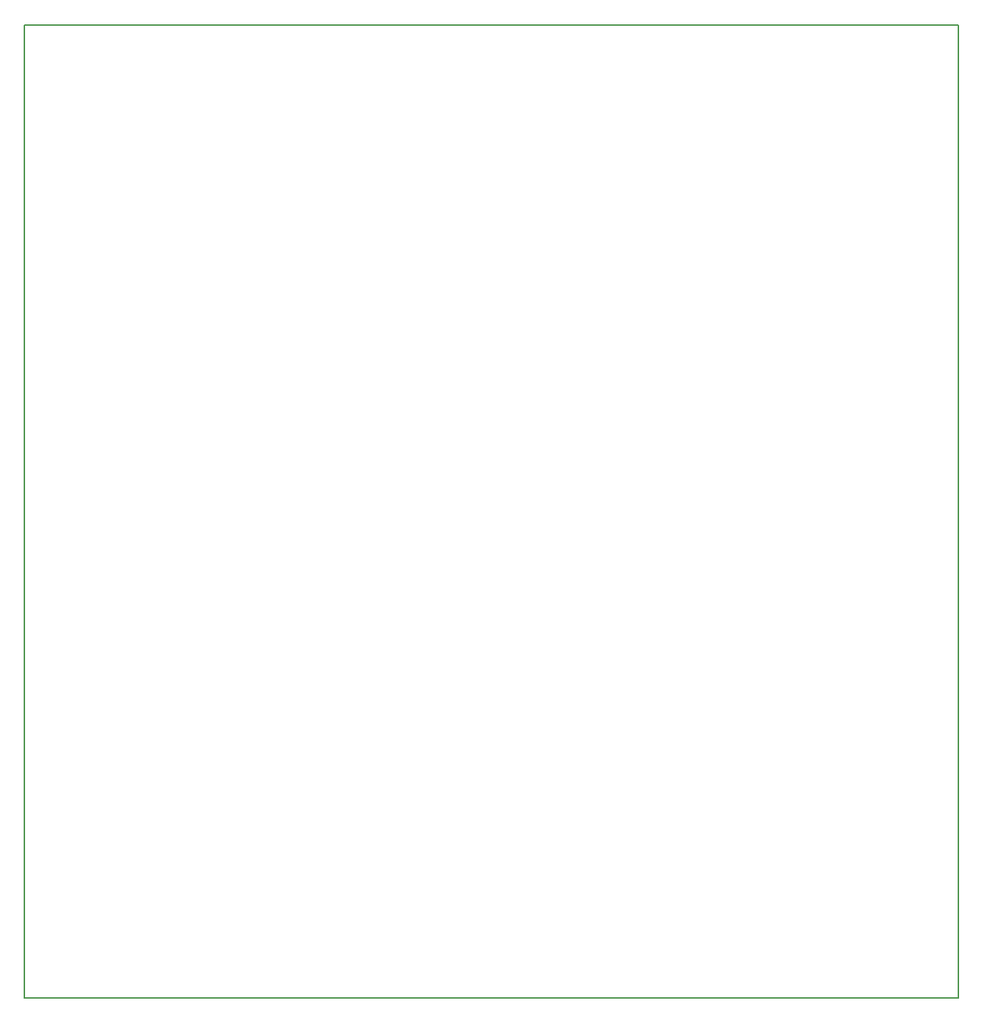
<source format=gbr>
%TF.GenerationSoftware,KiCad,Pcbnew,(5.1.9)-1*%
%TF.CreationDate,2025-05-03T12:54:25-07:00*%
%TF.ProjectId,RADA3K,52414441-334b-42e6-9b69-6361645f7063,rev?*%
%TF.SameCoordinates,Original*%
%TF.FileFunction,Profile,NP*%
%FSLAX46Y46*%
G04 Gerber Fmt 4.6, Leading zero omitted, Abs format (unit mm)*
G04 Created by KiCad (PCBNEW (5.1.9)-1) date 2025-05-03 12:54:25*
%MOMM*%
%LPD*%
G01*
G04 APERTURE LIST*
%TA.AperFunction,Profile*%
%ADD10C,0.150000*%
%TD*%
G04 APERTURE END LIST*
D10*
X142143972Y-25234900D02*
X31711900Y-25234900D01*
X142143972Y-140322300D02*
X31711900Y-140322300D01*
X31711900Y-25234900D02*
X31711900Y-140322300D01*
X142143972Y-140322300D02*
X142143972Y-25234900D01*
M02*

</source>
